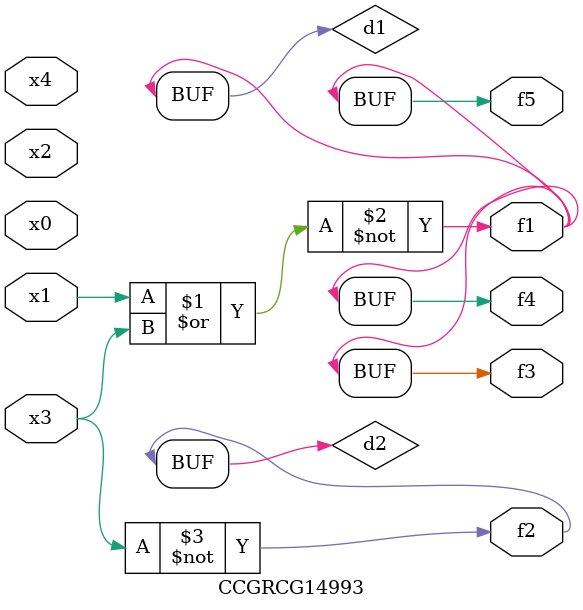
<source format=v>
module CCGRCG14993(
	input x0, x1, x2, x3, x4,
	output f1, f2, f3, f4, f5
);

	wire d1, d2;

	nor (d1, x1, x3);
	not (d2, x3);
	assign f1 = d1;
	assign f2 = d2;
	assign f3 = d1;
	assign f4 = d1;
	assign f5 = d1;
endmodule

</source>
